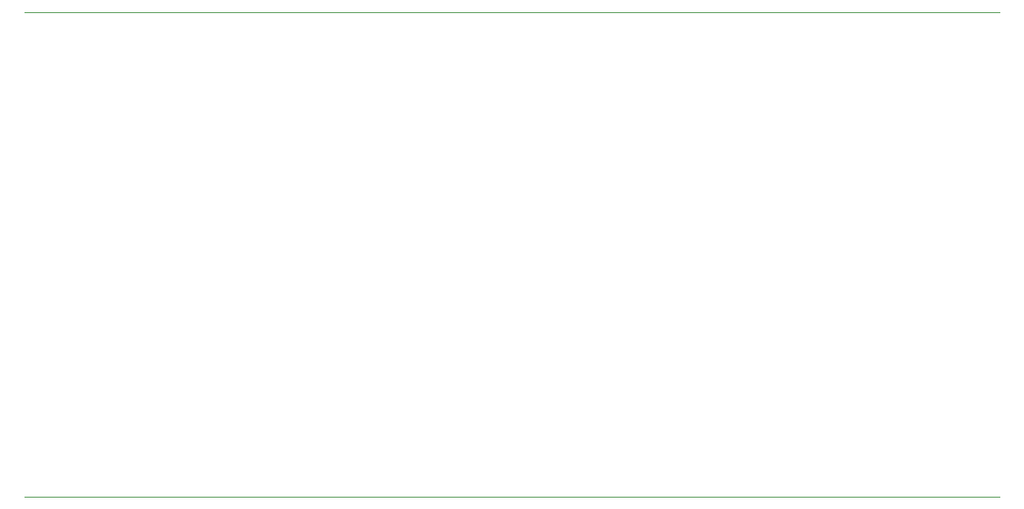
<source format=gbr>
G75*
G71*
%MOMM*%
%OFA0B0*%
%FSLAX53Y53*%
%IPPOS*%
%LPD*%
%ADD10C,0.00100*%
D10*
X0000000Y0050290D02*
X0101090Y0050290D01*
X0000000Y0100580D02*
X0101090Y0100580D01*
M02*

</source>
